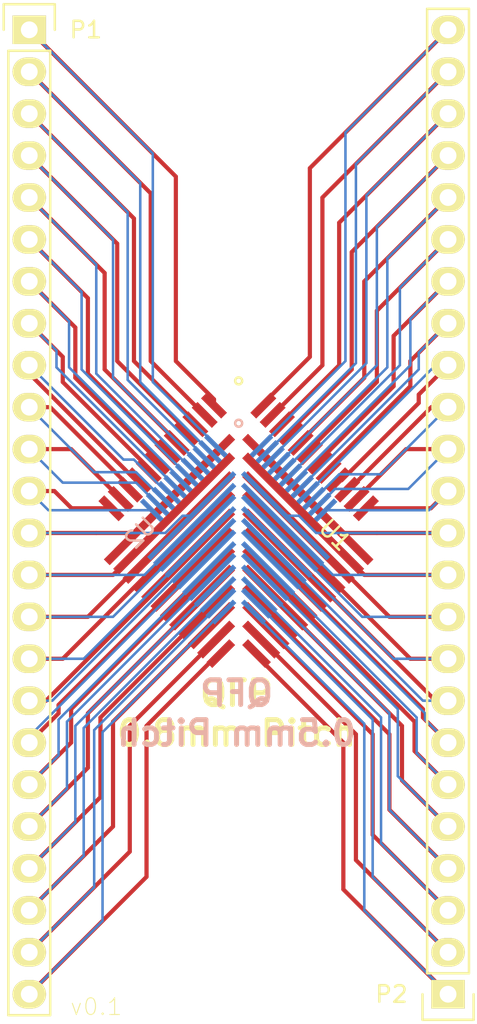
<source format=kicad_pcb>
(kicad_pcb (version 4) (host pcbnew 0.201503060816+5481~22~ubuntu14.04.1-product)

  (general
    (links 96)
    (no_connects 0)
    (area 129.457667 83.891 170.262334 150.649001)
    (thickness 1.6)
    (drawings 3)
    (tracks 353)
    (zones 0)
    (modules 4)
    (nets 49)
  )

  (page A4)
  (layers
    (0 F.Cu signal)
    (31 B.Cu signal)
    (32 B.Adhes user)
    (33 F.Adhes user)
    (34 B.Paste user)
    (35 F.Paste user)
    (36 B.SilkS user)
    (37 F.SilkS user)
    (38 B.Mask user)
    (39 F.Mask user)
    (40 Dwgs.User user)
    (41 Cmts.User user)
    (42 Eco1.User user)
    (43 Eco2.User user)
    (44 Edge.Cuts user)
    (45 Margin user)
    (46 B.CrtYd user)
    (47 F.CrtYd user)
    (48 B.Fab user)
    (49 F.Fab user)
  )

  (setup
    (last_trace_width 0.1524)
    (user_trace_width 0.1524)
    (trace_clearance 0.1524)
    (zone_clearance 0.508)
    (zone_45_only no)
    (trace_min 0.1524)
    (segment_width 0.2)
    (edge_width 0.1)
    (via_size 0.889)
    (via_drill 0.635)
    (via_min_size 0.889)
    (via_min_drill 0.508)
    (uvia_size 0.508)
    (uvia_drill 0.127)
    (uvias_allowed no)
    (uvia_min_size 0.508)
    (uvia_min_drill 0.127)
    (pcb_text_width 0.3)
    (pcb_text_size 1.5 1.5)
    (mod_edge_width 0.15)
    (mod_text_size 1 1)
    (mod_text_width 0.15)
    (pad_size 1.5 1.5)
    (pad_drill 0.6)
    (pad_to_mask_clearance 0)
    (aux_axis_origin 0 0)
    (visible_elements FFFFFF7F)
    (pcbplotparams
      (layerselection 0x00030_80000001)
      (usegerberextensions false)
      (excludeedgelayer true)
      (linewidth 0.100000)
      (plotframeref false)
      (viasonmask false)
      (mode 1)
      (useauxorigin false)
      (hpglpennumber 1)
      (hpglpenspeed 20)
      (hpglpendiameter 15)
      (hpglpenoverlay 2)
      (psnegative false)
      (psa4output false)
      (plotreference true)
      (plotvalue true)
      (plotinvisibletext false)
      (padsonsilk false)
      (subtractmaskfromsilk false)
      (outputformat 1)
      (mirror false)
      (drillshape 1)
      (scaleselection 1)
      (outputdirectory ""))
  )

  (net 0 "")
  (net 1 PIN1)
  (net 2 PIN2)
  (net 3 PIN3)
  (net 4 PIN4)
  (net 5 PIN5)
  (net 6 PIN6)
  (net 7 PIN7)
  (net 8 PIN8)
  (net 9 PIN9)
  (net 10 PIN10)
  (net 11 PIN11)
  (net 12 PIN12)
  (net 13 PIN13)
  (net 14 PIN14)
  (net 15 PIN15)
  (net 16 PIN16)
  (net 17 PIN17)
  (net 18 PIN18)
  (net 19 PIN19)
  (net 20 PIN20)
  (net 21 PIN21)
  (net 22 PIN22)
  (net 23 PIN23)
  (net 24 PIN24)
  (net 25 PIN25)
  (net 26 PIN26)
  (net 27 PIN27)
  (net 28 PIN28)
  (net 29 PIN29)
  (net 30 PIN30)
  (net 31 PIN31)
  (net 32 PIN32)
  (net 33 PIN33)
  (net 34 PIN34)
  (net 35 PIN35)
  (net 36 PIN36)
  (net 37 PIN37)
  (net 38 PIN38)
  (net 39 PIN39)
  (net 40 PIN40)
  (net 41 PIN41)
  (net 42 PIN42)
  (net 43 PIN43)
  (net 44 PIN44)
  (net 45 PIN45)
  (net 46 PIN46)
  (net 47 PIN47)
  (net 48 PIN48)

  (net_class Default "This is the default net class."
    (clearance 0.1524)
    (trace_width 0.254)
    (via_dia 0.889)
    (via_drill 0.635)
    (uvia_dia 0.508)
    (uvia_drill 0.127)
    (add_net PIN1)
    (add_net PIN10)
    (add_net PIN11)
    (add_net PIN12)
    (add_net PIN13)
    (add_net PIN14)
    (add_net PIN15)
    (add_net PIN16)
    (add_net PIN17)
    (add_net PIN18)
    (add_net PIN19)
    (add_net PIN2)
    (add_net PIN20)
    (add_net PIN21)
    (add_net PIN22)
    (add_net PIN23)
    (add_net PIN24)
    (add_net PIN25)
    (add_net PIN26)
    (add_net PIN27)
    (add_net PIN28)
    (add_net PIN29)
    (add_net PIN3)
    (add_net PIN30)
    (add_net PIN31)
    (add_net PIN32)
    (add_net PIN33)
    (add_net PIN34)
    (add_net PIN35)
    (add_net PIN36)
    (add_net PIN37)
    (add_net PIN38)
    (add_net PIN39)
    (add_net PIN4)
    (add_net PIN40)
    (add_net PIN41)
    (add_net PIN42)
    (add_net PIN43)
    (add_net PIN44)
    (add_net PIN45)
    (add_net PIN46)
    (add_net PIN47)
    (add_net PIN48)
    (add_net PIN5)
    (add_net PIN6)
    (add_net PIN7)
    (add_net PIN8)
    (add_net PIN9)
  )

  (module Pin_Headers:Pin_Header_Straight_1x24 (layer F.Cu) (tedit 54FC0E54) (tstamp 54FC027D)
    (at 137.16 88.9)
    (descr "Through hole pin header")
    (tags "pin header")
    (path /54FBDD68)
    (fp_text reference P1 (at 3.429 0) (layer F.SilkS)
      (effects (font (size 1 1) (thickness 0.15)))
    )
    (fp_text value CONN_01X24 (at 0 -3.1) (layer F.SilkS) hide
      (effects (font (size 1 1) (thickness 0.15)))
    )
    (fp_line (start -1.75 -1.75) (end -1.75 60.2) (layer F.CrtYd) (width 0.05))
    (fp_line (start 1.75 -1.75) (end 1.75 60.2) (layer F.CrtYd) (width 0.05))
    (fp_line (start -1.75 -1.75) (end 1.75 -1.75) (layer F.CrtYd) (width 0.05))
    (fp_line (start -1.75 60.2) (end 1.75 60.2) (layer F.CrtYd) (width 0.05))
    (fp_line (start 1.27 1.27) (end 1.27 59.69) (layer F.SilkS) (width 0.15))
    (fp_line (start -1.27 1.27) (end -1.27 59.69) (layer F.SilkS) (width 0.15))
    (fp_line (start -1.27 59.69) (end 1.27 59.69) (layer F.SilkS) (width 0.15))
    (fp_line (start 1.55 -1.55) (end 1.55 0) (layer F.SilkS) (width 0.15))
    (fp_line (start 1.27 1.27) (end -1.27 1.27) (layer F.SilkS) (width 0.15))
    (fp_line (start -1.55 0) (end -1.55 -1.55) (layer F.SilkS) (width 0.15))
    (fp_line (start -1.55 -1.55) (end 1.55 -1.55) (layer F.SilkS) (width 0.15))
    (pad 1 thru_hole rect (at 0 0) (size 2.032 1.7272) (drill 1.016) (layers *.Cu *.Mask F.SilkS)
      (net 1 PIN1))
    (pad 2 thru_hole oval (at 0 2.54) (size 2.032 1.7272) (drill 1.016) (layers *.Cu *.Mask F.SilkS)
      (net 2 PIN2))
    (pad 3 thru_hole oval (at 0 5.08) (size 2.032 1.7272) (drill 1.016) (layers *.Cu *.Mask F.SilkS)
      (net 3 PIN3))
    (pad 4 thru_hole oval (at 0 7.62) (size 2.032 1.7272) (drill 1.016) (layers *.Cu *.Mask F.SilkS)
      (net 4 PIN4))
    (pad 5 thru_hole oval (at 0 10.16) (size 2.032 1.7272) (drill 1.016) (layers *.Cu *.Mask F.SilkS)
      (net 5 PIN5))
    (pad 6 thru_hole oval (at 0 12.7) (size 2.032 1.7272) (drill 1.016) (layers *.Cu *.Mask F.SilkS)
      (net 6 PIN6))
    (pad 7 thru_hole oval (at 0 15.24) (size 2.032 1.7272) (drill 1.016) (layers *.Cu *.Mask F.SilkS)
      (net 7 PIN7))
    (pad 8 thru_hole oval (at 0 17.78) (size 2.032 1.7272) (drill 1.016) (layers *.Cu *.Mask F.SilkS)
      (net 8 PIN8))
    (pad 9 thru_hole oval (at 0 20.32) (size 2.032 1.7272) (drill 1.016) (layers *.Cu *.Mask F.SilkS)
      (net 9 PIN9))
    (pad 10 thru_hole oval (at 0 22.86) (size 2.032 1.7272) (drill 1.016) (layers *.Cu *.Mask F.SilkS)
      (net 10 PIN10))
    (pad 11 thru_hole oval (at 0 25.4) (size 2.032 1.7272) (drill 1.016) (layers *.Cu *.Mask F.SilkS)
      (net 11 PIN11))
    (pad 12 thru_hole oval (at 0 27.94) (size 2.032 1.7272) (drill 1.016) (layers *.Cu *.Mask F.SilkS)
      (net 12 PIN12))
    (pad 13 thru_hole oval (at 0 30.48) (size 2.032 1.7272) (drill 1.016) (layers *.Cu *.Mask F.SilkS)
      (net 13 PIN13))
    (pad 14 thru_hole oval (at 0 33.02) (size 2.032 1.7272) (drill 1.016) (layers *.Cu *.Mask F.SilkS)
      (net 14 PIN14))
    (pad 15 thru_hole oval (at 0 35.56) (size 2.032 1.7272) (drill 1.016) (layers *.Cu *.Mask F.SilkS)
      (net 15 PIN15))
    (pad 16 thru_hole oval (at 0 38.1) (size 2.032 1.7272) (drill 1.016) (layers *.Cu *.Mask F.SilkS)
      (net 16 PIN16))
    (pad 17 thru_hole oval (at 0 40.64) (size 2.032 1.7272) (drill 1.016) (layers *.Cu *.Mask F.SilkS)
      (net 17 PIN17))
    (pad 18 thru_hole oval (at 0 43.18) (size 2.032 1.7272) (drill 1.016) (layers *.Cu *.Mask F.SilkS)
      (net 18 PIN18))
    (pad 19 thru_hole oval (at 0 45.72) (size 2.032 1.7272) (drill 1.016) (layers *.Cu *.Mask F.SilkS)
      (net 19 PIN19))
    (pad 20 thru_hole oval (at 0 48.26) (size 2.032 1.7272) (drill 1.016) (layers *.Cu *.Mask F.SilkS)
      (net 20 PIN20))
    (pad 21 thru_hole oval (at 0 50.8) (size 2.032 1.7272) (drill 1.016) (layers *.Cu *.Mask F.SilkS)
      (net 21 PIN21))
    (pad 22 thru_hole oval (at 0 53.34) (size 2.032 1.7272) (drill 1.016) (layers *.Cu *.Mask F.SilkS)
      (net 22 PIN22))
    (pad 23 thru_hole oval (at 0 55.88) (size 2.032 1.7272) (drill 1.016) (layers *.Cu *.Mask F.SilkS)
      (net 23 PIN23))
    (pad 24 thru_hole oval (at 0 58.42) (size 2.032 1.7272) (drill 1.016) (layers *.Cu *.Mask F.SilkS)
      (net 24 PIN24))
    (model Pin_Headers/Pin_Header_Straight_1x24.wrl
      (at (xyz 0 -1.15 0))
      (scale (xyz 1 1 1))
      (rotate (xyz 0 0 90))
    )
  )

  (module Pin_Headers:Pin_Header_Straight_1x24 (layer F.Cu) (tedit 54FC0E4A) (tstamp 54FC02A4)
    (at 162.56 147.32 180)
    (descr "Through hole pin header")
    (tags "pin header")
    (path /54FBDC6F)
    (fp_text reference P2 (at 3.429 0 180) (layer F.SilkS)
      (effects (font (size 1 1) (thickness 0.15)))
    )
    (fp_text value CONN_01X24 (at 0 -3.1 180) (layer F.SilkS) hide
      (effects (font (size 1 1) (thickness 0.15)))
    )
    (fp_line (start -1.75 -1.75) (end -1.75 60.2) (layer F.CrtYd) (width 0.05))
    (fp_line (start 1.75 -1.75) (end 1.75 60.2) (layer F.CrtYd) (width 0.05))
    (fp_line (start -1.75 -1.75) (end 1.75 -1.75) (layer F.CrtYd) (width 0.05))
    (fp_line (start -1.75 60.2) (end 1.75 60.2) (layer F.CrtYd) (width 0.05))
    (fp_line (start 1.27 1.27) (end 1.27 59.69) (layer F.SilkS) (width 0.15))
    (fp_line (start -1.27 1.27) (end -1.27 59.69) (layer F.SilkS) (width 0.15))
    (fp_line (start -1.27 59.69) (end 1.27 59.69) (layer F.SilkS) (width 0.15))
    (fp_line (start 1.55 -1.55) (end 1.55 0) (layer F.SilkS) (width 0.15))
    (fp_line (start 1.27 1.27) (end -1.27 1.27) (layer F.SilkS) (width 0.15))
    (fp_line (start -1.55 0) (end -1.55 -1.55) (layer F.SilkS) (width 0.15))
    (fp_line (start -1.55 -1.55) (end 1.55 -1.55) (layer F.SilkS) (width 0.15))
    (pad 1 thru_hole rect (at 0 0 180) (size 2.032 1.7272) (drill 1.016) (layers *.Cu *.Mask F.SilkS)
      (net 25 PIN25))
    (pad 2 thru_hole oval (at 0 2.54 180) (size 2.032 1.7272) (drill 1.016) (layers *.Cu *.Mask F.SilkS)
      (net 26 PIN26))
    (pad 3 thru_hole oval (at 0 5.08 180) (size 2.032 1.7272) (drill 1.016) (layers *.Cu *.Mask F.SilkS)
      (net 27 PIN27))
    (pad 4 thru_hole oval (at 0 7.62 180) (size 2.032 1.7272) (drill 1.016) (layers *.Cu *.Mask F.SilkS)
      (net 28 PIN28))
    (pad 5 thru_hole oval (at 0 10.16 180) (size 2.032 1.7272) (drill 1.016) (layers *.Cu *.Mask F.SilkS)
      (net 29 PIN29))
    (pad 6 thru_hole oval (at 0 12.7 180) (size 2.032 1.7272) (drill 1.016) (layers *.Cu *.Mask F.SilkS)
      (net 30 PIN30))
    (pad 7 thru_hole oval (at 0 15.24 180) (size 2.032 1.7272) (drill 1.016) (layers *.Cu *.Mask F.SilkS)
      (net 31 PIN31))
    (pad 8 thru_hole oval (at 0 17.78 180) (size 2.032 1.7272) (drill 1.016) (layers *.Cu *.Mask F.SilkS)
      (net 32 PIN32))
    (pad 9 thru_hole oval (at 0 20.32 180) (size 2.032 1.7272) (drill 1.016) (layers *.Cu *.Mask F.SilkS)
      (net 33 PIN33))
    (pad 10 thru_hole oval (at 0 22.86 180) (size 2.032 1.7272) (drill 1.016) (layers *.Cu *.Mask F.SilkS)
      (net 34 PIN34))
    (pad 11 thru_hole oval (at 0 25.4 180) (size 2.032 1.7272) (drill 1.016) (layers *.Cu *.Mask F.SilkS)
      (net 35 PIN35))
    (pad 12 thru_hole oval (at 0 27.94 180) (size 2.032 1.7272) (drill 1.016) (layers *.Cu *.Mask F.SilkS)
      (net 36 PIN36))
    (pad 13 thru_hole oval (at 0 30.48 180) (size 2.032 1.7272) (drill 1.016) (layers *.Cu *.Mask F.SilkS)
      (net 37 PIN37))
    (pad 14 thru_hole oval (at 0 33.02 180) (size 2.032 1.7272) (drill 1.016) (layers *.Cu *.Mask F.SilkS)
      (net 38 PIN38))
    (pad 15 thru_hole oval (at 0 35.56 180) (size 2.032 1.7272) (drill 1.016) (layers *.Cu *.Mask F.SilkS)
      (net 39 PIN39))
    (pad 16 thru_hole oval (at 0 38.1 180) (size 2.032 1.7272) (drill 1.016) (layers *.Cu *.Mask F.SilkS)
      (net 40 PIN40))
    (pad 17 thru_hole oval (at 0 40.64 180) (size 2.032 1.7272) (drill 1.016) (layers *.Cu *.Mask F.SilkS)
      (net 41 PIN41))
    (pad 18 thru_hole oval (at 0 43.18 180) (size 2.032 1.7272) (drill 1.016) (layers *.Cu *.Mask F.SilkS)
      (net 42 PIN42))
    (pad 19 thru_hole oval (at 0 45.72 180) (size 2.032 1.7272) (drill 1.016) (layers *.Cu *.Mask F.SilkS)
      (net 43 PIN43))
    (pad 20 thru_hole oval (at 0 48.26 180) (size 2.032 1.7272) (drill 1.016) (layers *.Cu *.Mask F.SilkS)
      (net 44 PIN44))
    (pad 21 thru_hole oval (at 0 50.8 180) (size 2.032 1.7272) (drill 1.016) (layers *.Cu *.Mask F.SilkS)
      (net 45 PIN45))
    (pad 22 thru_hole oval (at 0 53.34 180) (size 2.032 1.7272) (drill 1.016) (layers *.Cu *.Mask F.SilkS)
      (net 46 PIN46))
    (pad 23 thru_hole oval (at 0 55.88 180) (size 2.032 1.7272) (drill 1.016) (layers *.Cu *.Mask F.SilkS)
      (net 47 PIN47))
    (pad 24 thru_hole oval (at 0 58.42 180) (size 2.032 1.7272) (drill 1.016) (layers *.Cu *.Mask F.SilkS)
      (net 48 PIN48))
    (model Pin_Headers/Pin_Header_Straight_1x24.wrl
      (at (xyz 0 -1.15 0))
      (scale (xyz 1 1 1))
      (rotate (xyz 0 0 90))
    )
  )

  (module smdproto:PROTOQFP (layer F.Cu) (tedit 54FC0E12) (tstamp 54FC02D9)
    (at 149.86 119.38 315)
    (path /54FBDC40)
    (fp_text reference U1 (at 4.22072 -4.041115 315) (layer F.SilkS)
      (effects (font (size 1 1) (thickness 0.15)))
    )
    (fp_text value QFP48 (at 3.951313 5.567759 405) (layer F.Fab)
      (effects (font (size 1 1) (thickness 0.15)))
    )
    (fp_circle (center -6.515 -6.515) (end -6.365 -6.365) (layer F.SilkS) (width 0.15))
    (pad 1 smd rect (at -6.515 -4.4 315) (size 1.73 0.5) (layers F.Cu F.Paste F.Mask)
      (net 1 PIN1))
    (pad 2 smd rect (at -6.515 -3.6 315) (size 1.73 0.5) (layers F.Cu F.Paste F.Mask)
      (net 2 PIN2))
    (pad 3 smd rect (at -6.515 -2.8 315) (size 1.73 0.5) (layers F.Cu F.Paste F.Mask)
      (net 3 PIN3))
    (pad 4 smd rect (at -6.515 -2 315) (size 1.73 0.5) (layers F.Cu F.Paste F.Mask)
      (net 4 PIN4))
    (pad 5 smd rect (at -6.515 -1.2 315) (size 1.73 0.5) (layers F.Cu F.Paste F.Mask)
      (net 5 PIN5))
    (pad 6 smd rect (at -6.515 -0.4 315) (size 1.73 0.5) (layers F.Cu F.Paste F.Mask)
      (net 6 PIN6))
    (pad 7 smd rect (at -6.515 0.4 315) (size 1.73 0.5) (layers F.Cu F.Paste F.Mask)
      (net 7 PIN7))
    (pad 8 smd rect (at -6.515 1.2 315) (size 1.73 0.5) (layers F.Cu F.Paste F.Mask)
      (net 8 PIN8))
    (pad 9 smd rect (at -6.515 2 315) (size 1.73 0.5) (layers F.Cu F.Paste F.Mask)
      (net 9 PIN9))
    (pad 10 smd rect (at -6.515 2.8 315) (size 1.73 0.5) (layers F.Cu F.Paste F.Mask)
      (net 10 PIN10))
    (pad 11 smd rect (at -6.515 3.6 315) (size 1.73 0.5) (layers F.Cu F.Paste F.Mask)
      (net 11 PIN11))
    (pad 12 smd rect (at -6.515 4.4 315) (size 1.73 0.5) (layers F.Cu F.Paste F.Mask)
      (net 12 PIN12))
    (pad 13 smd rect (at -4.4 1.5325 315) (size 0.5 10.765) (layers F.Cu F.Paste F.Mask)
      (net 13 PIN13))
    (pad 14 smd rect (at -3.6 1.9325 315) (size 0.5 9.965) (layers F.Cu F.Paste F.Mask)
      (net 14 PIN14))
    (pad 15 smd rect (at -2.8 2.3325 315) (size 0.5 9.165) (layers F.Cu F.Paste F.Mask)
      (net 15 PIN15))
    (pad 16 smd rect (at -2 2.7325 315) (size 0.5 8.365) (layers F.Cu F.Paste F.Mask)
      (net 16 PIN16))
    (pad 17 smd rect (at -1.2 3.1325 315) (size 0.5 7.565) (layers F.Cu F.Paste F.Mask)
      (net 17 PIN17))
    (pad 18 smd rect (at -0.4 3.5325 315) (size 0.5 6.765) (layers F.Cu F.Paste F.Mask)
      (net 18 PIN18))
    (pad 19 smd rect (at 0.4 3.9325 315) (size 0.5 5.965) (layers F.Cu F.Paste F.Mask)
      (net 19 PIN19))
    (pad 20 smd rect (at 1.2 4.3325 315) (size 0.5 5.165) (layers F.Cu F.Paste F.Mask)
      (net 20 PIN20))
    (pad 21 smd rect (at 2 4.7325 315) (size 0.5 4.365) (layers F.Cu F.Paste F.Mask)
      (net 21 PIN21))
    (pad 22 smd rect (at 2.8 5.1325 315) (size 0.5 3.565) (layers F.Cu F.Paste F.Mask)
      (net 22 PIN22))
    (pad 23 smd rect (at 3.6 5.5325 315) (size 0.5 2.765) (layers F.Cu F.Paste F.Mask)
      (net 23 PIN23))
    (pad 24 smd rect (at 4.4 5.9325 315) (size 0.5 1.965) (layers F.Cu F.Paste F.Mask)
      (net 24 PIN24))
    (pad 25 smd rect (at 5.9325 4.4 315) (size 1.965 0.5) (layers F.Cu F.Paste F.Mask)
      (net 25 PIN25))
    (pad 26 smd rect (at 5.5325 3.6 315) (size 2.765 0.5) (layers F.Cu F.Paste F.Mask)
      (net 26 PIN26))
    (pad 27 smd rect (at 5.1325 2.8 315) (size 3.565 0.5) (layers F.Cu F.Paste F.Mask)
      (net 27 PIN27))
    (pad 28 smd rect (at 4.7325 2 315) (size 4.365 0.5) (layers F.Cu F.Paste F.Mask)
      (net 28 PIN28))
    (pad 29 smd rect (at 4.3325 1.2 315) (size 5.165 0.5) (layers F.Cu F.Paste F.Mask)
      (net 29 PIN29))
    (pad 30 smd rect (at 3.9325 0.4 315) (size 5.965 0.5) (layers F.Cu F.Paste F.Mask)
      (net 30 PIN30))
    (pad 31 smd rect (at 3.5325 -0.4 315) (size 6.765 0.5) (layers F.Cu F.Paste F.Mask)
      (net 31 PIN31))
    (pad 32 smd rect (at 3.1325 -1.2 315) (size 7.565 0.5) (layers F.Cu F.Paste F.Mask)
      (net 32 PIN32))
    (pad 33 smd rect (at 2.7325 -2 315) (size 8.365 0.5) (layers F.Cu F.Paste F.Mask)
      (net 33 PIN33))
    (pad 34 smd rect (at 2.3325 -2.8 315) (size 9.165 0.5) (layers F.Cu F.Paste F.Mask)
      (net 34 PIN34))
    (pad 35 smd rect (at 1.9325 -3.6 315) (size 9.965 0.5) (layers F.Cu F.Paste F.Mask)
      (net 35 PIN35))
    (pad 36 smd rect (at 1.5325 -4.4 315) (size 10.765 0.5) (layers F.Cu F.Paste F.Mask)
      (net 36 PIN36))
    (pad 37 smd rect (at 4.4 -6.515 315) (size 0.5 1.73) (layers F.Cu F.Paste F.Mask)
      (net 37 PIN37))
    (pad 38 smd rect (at 3.6 -6.515 315) (size 0.5 1.73) (layers F.Cu F.Paste F.Mask)
      (net 38 PIN38))
    (pad 39 smd rect (at 2.8 -6.515 315) (size 0.5 1.73) (layers F.Cu F.Paste F.Mask)
      (net 39 PIN39))
    (pad 40 smd rect (at 2 -6.515 315) (size 0.5 1.73) (layers F.Cu F.Paste F.Mask)
      (net 40 PIN40))
    (pad 41 smd rect (at 1.2 -6.515 315) (size 0.5 1.73) (layers F.Cu F.Paste F.Mask)
      (net 41 PIN41))
    (pad 42 smd rect (at 0.4 -6.515 315) (size 0.5 1.73) (layers F.Cu F.Paste F.Mask)
      (net 42 PIN42))
    (pad 43 smd rect (at -0.4 -6.515 315) (size 0.5 1.73) (layers F.Cu F.Paste F.Mask)
      (net 43 PIN43))
    (pad 44 smd rect (at -1.2 -6.515 315) (size 0.5 1.73) (layers F.Cu F.Paste F.Mask)
      (net 44 PIN44))
    (pad 45 smd rect (at -2 -6.515 315) (size 0.5 1.73) (layers F.Cu F.Paste F.Mask)
      (net 45 PIN45))
    (pad 46 smd rect (at -2.8 -6.515 315) (size 0.5 1.73) (layers F.Cu F.Paste F.Mask)
      (net 46 PIN46))
    (pad 47 smd rect (at -3.6 -6.515 315) (size 0.5 1.73) (layers F.Cu F.Paste F.Mask)
      (net 47 PIN47))
    (pad 48 smd rect (at -4.4 -6.515 315) (size 0.5 1.73) (layers F.Cu F.Paste F.Mask)
      (net 48 PIN48))
  )

  (module smdproto:PROTOTQFP (layer B.Cu) (tedit 54FC0E08) (tstamp 54FC030E)
    (at 149.86 119.38 225)
    (path /54FBE5F3)
    (fp_text reference U2 (at 4.22072 4.22072 225) (layer B.SilkS)
      (effects (font (size 1 1) (thickness 0.15)) (justify mirror))
    )
    (fp_text value TQFP48 (at 3.771708 -5.926969 315) (layer B.Fab)
      (effects (font (size 1 1) (thickness 0.15)) (justify mirror))
    )
    (fp_circle (center -4.7 4.7) (end -4.55 4.55) (layer B.SilkS) (width 0.15))
    (pad 1 smd rect (at -4.7 2.75 225) (size 1.73 0.3) (layers B.Cu B.Paste B.Mask)
      (net 48 PIN48))
    (pad 2 smd rect (at -4.7 2.25 225) (size 1.73 0.3) (layers B.Cu B.Paste B.Mask)
      (net 47 PIN47))
    (pad 3 smd rect (at -4.7 1.75 225) (size 1.73 0.3) (layers B.Cu B.Paste B.Mask)
      (net 46 PIN46))
    (pad 4 smd rect (at -4.7 1.25 225) (size 1.73 0.3) (layers B.Cu B.Paste B.Mask)
      (net 45 PIN45))
    (pad 5 smd rect (at -4.7 0.75 225) (size 1.73 0.3) (layers B.Cu B.Paste B.Mask)
      (net 44 PIN44))
    (pad 6 smd rect (at -4.7 0.25 225) (size 1.73 0.3) (layers B.Cu B.Paste B.Mask)
      (net 43 PIN43))
    (pad 7 smd rect (at -4.7 -0.25 225) (size 1.73 0.3) (layers B.Cu B.Paste B.Mask)
      (net 42 PIN42))
    (pad 8 smd rect (at -4.7 -0.75 225) (size 1.73 0.3) (layers B.Cu B.Paste B.Mask)
      (net 41 PIN41))
    (pad 9 smd rect (at -4.7 -1.25 225) (size 1.73 0.3) (layers B.Cu B.Paste B.Mask)
      (net 40 PIN40))
    (pad 10 smd rect (at -4.7 -1.75 225) (size 1.73 0.3) (layers B.Cu B.Paste B.Mask)
      (net 39 PIN39))
    (pad 11 smd rect (at -4.7 -2.25 225) (size 1.73 0.3) (layers B.Cu B.Paste B.Mask)
      (net 38 PIN38))
    (pad 12 smd rect (at -4.7 -2.75 225) (size 1.73 0.3) (layers B.Cu B.Paste B.Mask)
      (net 37 PIN37))
    (pad 13 smd rect (at -2.75 -1.275 225) (size 0.3 7.35) (layers B.Cu B.Paste B.Mask)
      (net 36 PIN36))
    (pad 14 smd rect (at -2.25 -1.525 225) (size 0.3 6.85) (layers B.Cu B.Paste B.Mask)
      (net 35 PIN35))
    (pad 15 smd rect (at -1.75 -1.775 225) (size 0.3 6.35) (layers B.Cu B.Paste B.Mask)
      (net 34 PIN34))
    (pad 16 smd rect (at -1.25 -2.025 225) (size 0.3 5.85) (layers B.Cu B.Paste B.Mask)
      (net 33 PIN33))
    (pad 17 smd rect (at -0.75 -2.275 225) (size 0.3 5.35) (layers B.Cu B.Paste B.Mask)
      (net 32 PIN32))
    (pad 18 smd rect (at -0.25 -2.525 225) (size 0.3 4.85) (layers B.Cu B.Paste B.Mask)
      (net 31 PIN31))
    (pad 19 smd rect (at 0.25 -2.775 225) (size 0.3 4.35) (layers B.Cu B.Paste B.Mask)
      (net 30 PIN30))
    (pad 20 smd rect (at 0.75 -3.025 225) (size 0.3 3.85) (layers B.Cu B.Paste B.Mask)
      (net 29 PIN29))
    (pad 21 smd rect (at 1.25 -3.275 225) (size 0.3 3.35) (layers B.Cu B.Paste B.Mask)
      (net 28 PIN28))
    (pad 22 smd rect (at 1.75 -3.525 225) (size 0.3 2.85) (layers B.Cu B.Paste B.Mask)
      (net 27 PIN27))
    (pad 23 smd rect (at 2.25 -3.775 225) (size 0.3 2.35) (layers B.Cu B.Paste B.Mask)
      (net 26 PIN26))
    (pad 24 smd rect (at 2.75 -4.025 225) (size 0.3 1.85) (layers B.Cu B.Paste B.Mask)
      (net 25 PIN25))
    (pad 25 smd rect (at 4.025 -2.75 225) (size 1.85 0.3) (layers B.Cu B.Paste B.Mask)
      (net 24 PIN24))
    (pad 26 smd rect (at 3.775 -2.25 225) (size 2.35 0.3) (layers B.Cu B.Paste B.Mask)
      (net 23 PIN23))
    (pad 27 smd rect (at 3.525 -1.75 225) (size 2.85 0.3) (layers B.Cu B.Paste B.Mask)
      (net 22 PIN22))
    (pad 28 smd rect (at 3.275 -1.25 225) (size 3.35 0.3) (layers B.Cu B.Paste B.Mask)
      (net 21 PIN21))
    (pad 29 smd rect (at 3.025 -0.75 225) (size 3.85 0.3) (layers B.Cu B.Paste B.Mask)
      (net 20 PIN20))
    (pad 30 smd rect (at 2.775 -0.25 225) (size 4.35 0.3) (layers B.Cu B.Paste B.Mask)
      (net 19 PIN19))
    (pad 31 smd rect (at 2.525 0.25 225) (size 4.85 0.3) (layers B.Cu B.Paste B.Mask)
      (net 18 PIN18))
    (pad 32 smd rect (at 2.275 0.75 225) (size 5.35 0.3) (layers B.Cu B.Paste B.Mask)
      (net 17 PIN17))
    (pad 33 smd rect (at 2.025 1.25 225) (size 5.85 0.3) (layers B.Cu B.Paste B.Mask)
      (net 16 PIN16))
    (pad 34 smd rect (at 1.775 1.75 225) (size 6.35 0.3) (layers B.Cu B.Paste B.Mask)
      (net 15 PIN15))
    (pad 35 smd rect (at 1.525 2.25 225) (size 6.85 0.3) (layers B.Cu B.Paste B.Mask)
      (net 14 PIN14))
    (pad 36 smd rect (at 1.275 2.75 225) (size 7.35 0.3) (layers B.Cu B.Paste B.Mask)
      (net 13 PIN13))
    (pad 37 smd rect (at 2.75 4.7 225) (size 0.3 1.73) (layers B.Cu B.Paste B.Mask)
      (net 12 PIN12))
    (pad 38 smd rect (at 2.25 4.7 225) (size 0.3 1.73) (layers B.Cu B.Paste B.Mask)
      (net 11 PIN11))
    (pad 39 smd rect (at 1.75 4.7 225) (size 0.3 1.73) (layers B.Cu B.Paste B.Mask)
      (net 10 PIN10))
    (pad 40 smd rect (at 1.25 4.7 225) (size 0.3 1.73) (layers B.Cu B.Paste B.Mask)
      (net 9 PIN9))
    (pad 41 smd rect (at 0.75 4.7 225) (size 0.3 1.73) (layers B.Cu B.Paste B.Mask)
      (net 8 PIN8))
    (pad 42 smd rect (at 0.25 4.7 225) (size 0.3 1.73) (layers B.Cu B.Paste B.Mask)
      (net 7 PIN7))
    (pad 43 smd rect (at -0.25 4.7 225) (size 0.3 1.73) (layers B.Cu B.Paste B.Mask)
      (net 6 PIN6))
    (pad 44 smd rect (at -0.75 4.7 225) (size 0.3 1.73) (layers B.Cu B.Paste B.Mask)
      (net 5 PIN5))
    (pad 45 smd rect (at -1.25 4.7 225) (size 0.3 1.73) (layers B.Cu B.Paste B.Mask)
      (net 4 PIN4))
    (pad 46 smd rect (at -1.75 4.7 225) (size 0.3 1.73) (layers B.Cu B.Paste B.Mask)
      (net 3 PIN3))
    (pad 47 smd rect (at -2.25 4.7 225) (size 0.3 1.73) (layers B.Cu B.Paste B.Mask)
      (net 2 PIN2))
    (pad 48 smd rect (at -2.75 4.7 225) (size 0.3 1.73) (layers B.Cu B.Paste B.Mask)
      (net 1 PIN1))
  )

  (gr_text v0.1 (at 141.224 148.082) (layer F.SilkS)
    (effects (font (size 1.016 1.016) (thickness 0.0635)))
  )
  (gr_text "QFP\n0.5mm Pitch" (at 149.733 130.302) (layer B.SilkS)
    (effects (font (size 1.5 1.5) (thickness 0.3)) (justify mirror))
  )
  (gr_text "QFP\n0.8mm Pitch" (at 149.733 130.302) (layer F.SilkS)
    (effects (font (size 1.5 1.5) (thickness 0.3)))
  )

  (segment (start 148.481142 114.112054) (end 148.481142 114.064142) (width 0.1524) (layer B.Cu) (net 1))
  (segment (start 148.481142 114.064142) (end 144.653 110.236) (width 0.1524) (layer B.Cu) (net 1) (tstamp 54FC0B1A))
  (segment (start 144.653 110.236) (end 144.653 96.393) (width 0.1524) (layer B.Cu) (net 1) (tstamp 54FC0B1D))
  (segment (start 144.653 96.393) (end 137.16 88.9) (width 0.1524) (layer B.Cu) (net 1) (tstamp 54FC0B22))
  (segment (start 148.364469 111.661929) (end 148.364469 111.280469) (width 0.254) (layer F.Cu) (net 1))
  (segment (start 146.05 97.79) (end 137.16 88.9) (width 0.254) (layer F.Cu) (net 1) (tstamp 54FC07FC))
  (segment (start 146.05 108.966) (end 146.05 97.79) (width 0.254) (layer F.Cu) (net 1) (tstamp 54FC07FA))
  (segment (start 148.364469 111.280469) (end 146.05 108.966) (width 0.254) (layer F.Cu) (net 1) (tstamp 54FC07F9))
  (segment (start 148.127588 114.465608) (end 148.120608 114.465608) (width 0.1524) (layer B.Cu) (net 2))
  (segment (start 148.120608 114.465608) (end 143.891 110.236) (width 0.1524) (layer B.Cu) (net 2) (tstamp 54FC0B03))
  (segment (start 143.891 110.236) (end 143.891 98.171) (width 0.1524) (layer B.Cu) (net 2) (tstamp 54FC0B0A))
  (segment (start 143.891 98.171) (end 137.16 91.44) (width 0.1524) (layer B.Cu) (net 2) (tstamp 54FC0B11))
  (segment (start 147.798784 112.227615) (end 147.787615 112.227615) (width 0.254) (layer F.Cu) (net 2))
  (segment (start 147.787615 112.227615) (end 144.526 108.966) (width 0.254) (layer F.Cu) (net 2) (tstamp 54FC07F2))
  (segment (start 144.526 108.966) (end 144.526 98.806) (width 0.254) (layer F.Cu) (net 2) (tstamp 54FC07F3))
  (segment (start 144.526 98.806) (end 137.16 91.44) (width 0.254) (layer F.Cu) (net 2) (tstamp 54FC07F5))
  (segment (start 147.774035 114.819161) (end 147.774035 114.754035) (width 0.1524) (layer B.Cu) (net 3))
  (segment (start 147.774035 114.754035) (end 143.129 110.109) (width 0.1524) (layer B.Cu) (net 3) (tstamp 54FC0AE6))
  (segment (start 143.129 110.109) (end 143.129 99.949) (width 0.1524) (layer B.Cu) (net 3) (tstamp 54FC0AEC))
  (segment (start 143.129 99.949) (end 137.16 93.98) (width 0.1524) (layer B.Cu) (net 3) (tstamp 54FC0AF0))
  (segment (start 147.233098 112.7933) (end 147.233098 112.689098) (width 0.254) (layer F.Cu) (net 3))
  (segment (start 147.233098 112.689098) (end 143.51 108.966) (width 0.254) (layer F.Cu) (net 3) (tstamp 54FC07EB))
  (segment (start 143.51 108.966) (end 143.51 100.33) (width 0.254) (layer F.Cu) (net 3) (tstamp 54FC07EC))
  (segment (start 143.51 100.33) (end 137.16 93.98) (width 0.254) (layer F.Cu) (net 3) (tstamp 54FC07EE))
  (segment (start 147.420482 115.172715) (end 147.420482 115.162482) (width 0.1524) (layer B.Cu) (net 4))
  (segment (start 147.420482 115.162482) (end 142.24 109.982) (width 0.1524) (layer B.Cu) (net 4) (tstamp 54FC0AD8))
  (segment (start 142.24 109.982) (end 142.24 101.6) (width 0.1524) (layer B.Cu) (net 4) (tstamp 54FC0ADE))
  (segment (start 142.24 101.6) (end 137.16 96.52) (width 0.1524) (layer B.Cu) (net 4) (tstamp 54FC0AE1))
  (segment (start 146.667413 113.358986) (end 146.667413 113.139413) (width 0.254) (layer F.Cu) (net 4))
  (segment (start 146.667413 113.139413) (end 142.494 108.966) (width 0.254) (layer F.Cu) (net 4) (tstamp 54FC07E4))
  (segment (start 142.494 108.966) (end 142.494 101.854) (width 0.254) (layer F.Cu) (net 4) (tstamp 54FC07E5))
  (segment (start 142.494 101.854) (end 137.16 96.52) (width 0.254) (layer F.Cu) (net 4) (tstamp 54FC07E7))
  (segment (start 147.066928 115.526268) (end 147.022268 115.526268) (width 0.1524) (layer B.Cu) (net 5))
  (segment (start 147.022268 115.526268) (end 141.224 109.728) (width 0.1524) (layer B.Cu) (net 5) (tstamp 54FC0AC7))
  (segment (start 141.224 109.728) (end 141.224 103.124) (width 0.1524) (layer B.Cu) (net 5) (tstamp 54FC0ACC))
  (segment (start 141.224 103.124) (end 137.16 99.06) (width 0.1524) (layer B.Cu) (net 5) (tstamp 54FC0AD1))
  (segment (start 146.101727 113.924671) (end 146.101727 113.843727) (width 0.254) (layer F.Cu) (net 5))
  (segment (start 146.101727 113.843727) (end 141.732 109.474) (width 0.254) (layer F.Cu) (net 5) (tstamp 54FC07DD))
  (segment (start 141.732 109.474) (end 141.732 103.632) (width 0.254) (layer F.Cu) (net 5) (tstamp 54FC07DE))
  (segment (start 141.732 103.632) (end 137.16 99.06) (width 0.254) (layer F.Cu) (net 5) (tstamp 54FC07E0))
  (segment (start 146.713375 115.879821) (end 146.713375 115.852375) (width 0.1524) (layer B.Cu) (net 6))
  (segment (start 146.713375 115.852375) (end 140.335 109.474) (width 0.1524) (layer B.Cu) (net 6) (tstamp 54FC0AA9))
  (segment (start 140.335 109.474) (end 140.335 104.775) (width 0.1524) (layer B.Cu) (net 6) (tstamp 54FC0AB2))
  (segment (start 140.335 104.775) (end 137.16 101.6) (width 0.1524) (layer B.Cu) (net 6) (tstamp 54FC0AB8))
  (segment (start 145.536042 114.490357) (end 145.478357 114.490357) (width 0.254) (layer F.Cu) (net 6))
  (segment (start 145.478357 114.490357) (end 140.716 109.728) (width 0.254) (layer F.Cu) (net 6) (tstamp 54FC07D6))
  (segment (start 140.716 109.728) (end 140.716 105.156) (width 0.254) (layer F.Cu) (net 6) (tstamp 54FC07D7))
  (segment (start 140.716 105.156) (end 137.16 101.6) (width 0.254) (layer F.Cu) (net 6) (tstamp 54FC07D9))
  (segment (start 146.359821 116.233375) (end 146.359821 116.133821) (width 0.1524) (layer B.Cu) (net 7))
  (segment (start 146.359821 116.133821) (end 139.573 109.347) (width 0.1524) (layer B.Cu) (net 7) (tstamp 54FC0A94))
  (segment (start 139.573 109.347) (end 139.573 106.553) (width 0.1524) (layer B.Cu) (net 7) (tstamp 54FC0A9E))
  (segment (start 139.573 106.553) (end 137.16 104.14) (width 0.1524) (layer B.Cu) (net 7) (tstamp 54FC0AA1))
  (segment (start 144.970357 115.056042) (end 144.970357 114.998357) (width 0.254) (layer F.Cu) (net 7))
  (segment (start 144.970357 114.998357) (end 139.954 109.982) (width 0.254) (layer F.Cu) (net 7) (tstamp 54FC07CF))
  (segment (start 139.954 109.982) (end 139.954 106.934) (width 0.254) (layer F.Cu) (net 7) (tstamp 54FC07D0))
  (segment (start 139.954 106.934) (end 137.16 104.14) (width 0.254) (layer F.Cu) (net 7) (tstamp 54FC07D2))
  (segment (start 146.006268 116.586928) (end 146.006268 116.542268) (width 0.1524) (layer B.Cu) (net 8))
  (segment (start 146.006268 116.542268) (end 138.811 109.347) (width 0.1524) (layer B.Cu) (net 8) (tstamp 54FC0A84))
  (segment (start 138.811 109.347) (end 138.811 108.331) (width 0.1524) (layer B.Cu) (net 8) (tstamp 54FC0A8A))
  (segment (start 138.811 108.331) (end 137.16 106.68) (width 0.1524) (layer B.Cu) (net 8) (tstamp 54FC0A8E))
  (segment (start 144.404671 115.621727) (end 144.404671 115.448671) (width 0.254) (layer F.Cu) (net 8))
  (segment (start 144.404671 115.448671) (end 139.192 110.236) (width 0.254) (layer F.Cu) (net 8) (tstamp 54FC07C8))
  (segment (start 139.192 110.236) (end 139.192 108.712) (width 0.254) (layer F.Cu) (net 8) (tstamp 54FC07C9))
  (segment (start 139.192 108.712) (end 137.16 106.68) (width 0.254) (layer F.Cu) (net 8) (tstamp 54FC07CB))
  (segment (start 145.652715 116.940482) (end 145.515482 116.940482) (width 0.1524) (layer B.Cu) (net 9))
  (segment (start 145.515482 116.940482) (end 143.51 114.935) (width 0.1524) (layer B.Cu) (net 9) (tstamp 54FC0A78))
  (segment (start 142.875 114.935) (end 137.16 109.22) (width 0.1524) (layer B.Cu) (net 9) (tstamp 54FC0A7F))
  (segment (start 143.51 114.935) (end 142.875 114.935) (width 0.1524) (layer B.Cu) (net 9) (tstamp 54FC0A7C))
  (segment (start 145.652715 116.940482) (end 145.145823 116.43359) (width 0.1524) (layer B.Cu) (net 9))
  (segment (start 145.145823 116.43359) (end 145.13559 116.43359) (width 0.1524) (layer B.Cu) (net 9))
  (segment (start 143.838986 116.187413) (end 143.619413 116.187413) (width 0.254) (layer F.Cu) (net 9))
  (segment (start 143.619413 116.187413) (end 137.16 109.728) (width 0.254) (layer F.Cu) (net 9) (tstamp 54FC07C4))
  (segment (start 137.16 109.728) (end 137.16 109.22) (width 0.254) (layer F.Cu) (net 9) (tstamp 54FC07C5))
  (segment (start 145.299161 117.294035) (end 145.234035 117.294035) (width 0.1524) (layer B.Cu) (net 10))
  (segment (start 145.234035 117.294035) (end 143.637 115.697) (width 0.1524) (layer B.Cu) (net 10) (tstamp 54FC0A67))
  (segment (start 143.637 115.697) (end 141.097 115.697) (width 0.1524) (layer B.Cu) (net 10) (tstamp 54FC0A69))
  (segment (start 141.097 115.697) (end 137.16 111.76) (width 0.1524) (layer B.Cu) (net 10) (tstamp 54FC0A6C))
  (segment (start 144.78 116.84) (end 144.71975 116.84) (width 0.1524) (layer B.Cu) (net 10))
  (segment (start 143.2733 116.753098) (end 143.2733 116.6033) (width 0.254) (layer F.Cu) (net 10))
  (segment (start 143.2733 116.6033) (end 138.43 111.76) (width 0.254) (layer F.Cu) (net 10) (tstamp 54FC07BE))
  (segment (start 138.43 111.76) (end 137.16 111.76) (width 0.254) (layer F.Cu) (net 10) (tstamp 54FC07BF))
  (segment (start 144.945608 117.647588) (end 144.945608 117.640608) (width 0.1524) (layer B.Cu) (net 11))
  (segment (start 144.945608 117.640608) (end 143.637 116.332) (width 0.1524) (layer B.Cu) (net 11) (tstamp 54FC0955))
  (segment (start 143.637 116.332) (end 139.192 116.332) (width 0.1524) (layer B.Cu) (net 11) (tstamp 54FC0956))
  (segment (start 139.192 116.332) (end 137.16 114.3) (width 0.1524) (layer B.Cu) (net 11) (tstamp 54FC0958))
  (segment (start 142.707615 117.318784) (end 142.707615 117.307615) (width 0.254) (layer F.Cu) (net 11))
  (segment (start 142.707615 117.307615) (end 139.7 114.3) (width 0.254) (layer F.Cu) (net 11) (tstamp 54FC07B9))
  (segment (start 139.7 114.3) (end 137.16 114.3) (width 0.254) (layer F.Cu) (net 11) (tstamp 54FC07BA))
  (segment (start 144.592054 118.001142) (end 138.321142 118.001142) (width 0.1524) (layer B.Cu) (net 12))
  (segment (start 138.321142 118.001142) (end 137.16 116.84) (width 0.1524) (layer B.Cu) (net 12) (tstamp 54FC0950))
  (segment (start 142.141929 117.884469) (end 139.728469 117.884469) (width 0.254) (layer F.Cu) (net 12))
  (segment (start 138.684 116.84) (end 137.16 116.84) (width 0.254) (layer F.Cu) (net 12) (tstamp 54FC0764))
  (segment (start 139.728469 117.884469) (end 138.684 116.84) (width 0.254) (layer F.Cu) (net 12) (tstamp 54FC0762))
  (segment (start 147.013895 118.337017) (end 146.457983 118.337017) (width 0.1524) (layer B.Cu) (net 13))
  (segment (start 145.415 119.38) (end 137.16 119.38) (width 0.1524) (layer B.Cu) (net 13) (tstamp 54FC0B37))
  (segment (start 146.457983 118.337017) (end 145.415 119.38) (width 0.1524) (layer B.Cu) (net 13) (tstamp 54FC0B30))
  (segment (start 141.224 119.38) (end 143.63746 119.38) (width 0.254) (layer F.Cu) (net 13))
  (segment (start 143.63746 119.38) (end 145.665089 117.352371) (width 0.254) (layer F.Cu) (net 13) (tstamp 54FC0770))
  (segment (start 141.224 119.38) (end 137.16 119.38) (width 0.254) (layer F.Cu) (net 13) (tstamp 54FC076E))
  (segment (start 147.190672 118.867348) (end 147.190672 118.874328) (width 0.1524) (layer B.Cu) (net 14))
  (segment (start 147.190672 118.874328) (end 144.145 121.92) (width 0.1524) (layer B.Cu) (net 14) (tstamp 54FC0B55))
  (segment (start 144.145 121.92) (end 137.16 121.92) (width 0.1524) (layer B.Cu) (net 14) (tstamp 54FC0B59))
  (segment (start 145.947932 118.200899) (end 145.947932 118.212068) (width 0.254) (layer F.Cu) (net 14))
  (segment (start 145.947932 118.212068) (end 142.24 121.92) (width 0.254) (layer F.Cu) (net 14) (tstamp 54FC0775))
  (segment (start 142.24 121.92) (end 137.16 121.92) (width 0.254) (layer F.Cu) (net 14) (tstamp 54FC0776))
  (segment (start 147.367449 119.397678) (end 147.302322 119.397678) (width 0.1524) (layer B.Cu) (net 15))
  (segment (start 147.302322 119.397678) (end 142.24 124.46) (width 0.1524) (layer B.Cu) (net 15) (tstamp 54FC0BA3))
  (segment (start 142.24 124.46) (end 137.16 124.46) (width 0.1524) (layer B.Cu) (net 15) (tstamp 54FC0BA7))
  (segment (start 146.230774 119.049428) (end 146.126572 119.049428) (width 0.254) (layer F.Cu) (net 15))
  (segment (start 146.126572 119.049428) (end 140.716 124.46) (width 0.254) (layer F.Cu) (net 15) (tstamp 54FC077A))
  (segment (start 140.716 124.46) (end 137.16 124.46) (width 0.254) (layer F.Cu) (net 15) (tstamp 54FC077B))
  (segment (start 147.544225 119.928008) (end 147.533992 119.928008) (width 0.1524) (layer B.Cu) (net 16))
  (segment (start 147.533992 119.928008) (end 140.462 127) (width 0.1524) (layer B.Cu) (net 16) (tstamp 54FC0BCC))
  (segment (start 140.462 127) (end 137.16 127) (width 0.1524) (layer B.Cu) (net 16) (tstamp 54FC0BCF))
  (segment (start 146.513617 119.897956) (end 146.294044 119.897956) (width 0.254) (layer F.Cu) (net 16))
  (segment (start 146.294044 119.897956) (end 139.192 127) (width 0.254) (layer F.Cu) (net 16) (tstamp 54FC077F))
  (segment (start 139.192 127) (end 137.16 127) (width 0.254) (layer F.Cu) (net 16) (tstamp 54FC0780))
  (segment (start 147.721002 120.458338) (end 147.638662 120.458338) (width 0.1524) (layer B.Cu) (net 17))
  (segment (start 147.638662 120.458338) (end 138.557 129.54) (width 0.1524) (layer B.Cu) (net 17) (tstamp 54FC0BDE))
  (segment (start 138.557 129.54) (end 137.16 129.54) (width 0.1524) (layer B.Cu) (net 17) (tstamp 54FC0BE2))
  (segment (start 146.79646 120.746484) (end 146.79646 120.91954) (width 0.254) (layer F.Cu) (net 17))
  (segment (start 146.79646 120.91954) (end 138.176 129.54) (width 0.254) (layer F.Cu) (net 17) (tstamp 54FC0784))
  (segment (start 138.176 129.54) (end 137.16 129.54) (width 0.254) (layer F.Cu) (net 17) (tstamp 54FC0785))
  (segment (start 147.897779 120.988668) (end 147.870332 120.988668) (width 0.1524) (layer B.Cu) (net 18))
  (segment (start 147.870332 120.988668) (end 137.16 131.699) (width 0.1524) (layer B.Cu) (net 18) (tstamp 54FC0BF0))
  (segment (start 137.16 131.699) (end 137.16 132.08) (width 0.1524) (layer B.Cu) (net 18) (tstamp 54FC0BF2))
  (segment (start 147.079303 121.595012) (end 147.079303 121.652697) (width 0.254) (layer F.Cu) (net 18))
  (segment (start 147.079303 121.652697) (end 138.938 129.794) (width 0.254) (layer F.Cu) (net 18) (tstamp 54FC0789))
  (segment (start 138.938 129.794) (end 138.938 130.302) (width 0.254) (layer F.Cu) (net 18) (tstamp 54FC078A))
  (segment (start 138.938 130.302) (end 137.16 132.08) (width 0.254) (layer F.Cu) (net 18) (tstamp 54FC078C))
  (segment (start 148.074555 121.518998) (end 148.074555 121.546445) (width 0.1524) (layer B.Cu) (net 19))
  (segment (start 148.074555 121.546445) (end 138.938 130.683) (width 0.1524) (layer B.Cu) (net 19) (tstamp 54FC0C02))
  (segment (start 138.938 130.683) (end 138.938 132.842) (width 0.1524) (layer B.Cu) (net 19) (tstamp 54FC0C04))
  (segment (start 138.938 132.842) (end 137.16 134.62) (width 0.1524) (layer B.Cu) (net 19) (tstamp 54FC0C0C))
  (segment (start 147.362145 122.44354) (end 147.30446 122.44354) (width 0.254) (layer F.Cu) (net 19))
  (segment (start 147.30446 122.44354) (end 139.7 130.048) (width 0.254) (layer F.Cu) (net 19) (tstamp 54FC078F))
  (segment (start 139.7 130.048) (end 139.7 132.08) (width 0.254) (layer F.Cu) (net 19) (tstamp 54FC0790))
  (segment (start 139.7 132.08) (end 137.16 134.62) (width 0.254) (layer F.Cu) (net 19) (tstamp 54FC0792))
  (segment (start 148.251332 122.049328) (end 148.206672 122.049328) (width 0.1524) (layer B.Cu) (net 20))
  (segment (start 148.206672 122.049328) (end 139.446 130.81) (width 0.1524) (layer B.Cu) (net 20) (tstamp 54FC0C13))
  (segment (start 139.446 130.81) (end 139.446 134.874) (width 0.1524) (layer B.Cu) (net 20) (tstamp 54FC0C19))
  (segment (start 139.446 134.874) (end 137.16 137.16) (width 0.1524) (layer B.Cu) (net 20) (tstamp 54FC0C1F))
  (segment (start 147.644988 123.292068) (end 147.644988 123.373012) (width 0.254) (layer F.Cu) (net 20))
  (segment (start 147.644988 123.373012) (end 140.716 130.302) (width 0.254) (layer F.Cu) (net 20) (tstamp 54FC0796))
  (segment (start 140.716 130.302) (end 140.716 133.604) (width 0.254) (layer F.Cu) (net 20) (tstamp 54FC0797))
  (segment (start 140.716 133.604) (end 137.16 137.16) (width 0.254) (layer F.Cu) (net 20) (tstamp 54FC0799))
  (segment (start 148.428109 122.579658) (end 148.428109 122.589891) (width 0.1524) (layer B.Cu) (net 21))
  (segment (start 148.428109 122.589891) (end 139.954 131.064) (width 0.1524) (layer B.Cu) (net 21) (tstamp 54FC0C2B))
  (segment (start 139.954 131.064) (end 139.954 136.906) (width 0.1524) (layer B.Cu) (net 21) (tstamp 54FC0C2D))
  (segment (start 139.954 136.906) (end 137.16 139.7) (width 0.1524) (layer B.Cu) (net 21) (tstamp 54FC0C32))
  (segment (start 141.478 130.556) (end 141.478 135.382) (width 0.254) (layer F.Cu) (net 21))
  (segment (start 147.893404 124.140596) (end 141.478 130.556) (width 0.254) (layer F.Cu) (net 21) (tstamp 54FC079D))
  (segment (start 141.478 135.382) (end 137.16 139.7) (width 0.254) (layer F.Cu) (net 21) (tstamp 54FC07A0))
  (segment (start 147.927831 124.140596) (end 147.893404 124.140596) (width 0.254) (layer F.Cu) (net 21))
  (segment (start 148.604885 123.109988) (end 148.543012 123.109988) (width 0.1524) (layer B.Cu) (net 22) (status C00000))
  (segment (start 148.543012 123.109988) (end 140.462 131.191) (width 0.1524) (layer B.Cu) (net 22) (tstamp 54FC0C44) (status 400000))
  (segment (start 140.462 131.191) (end 140.462 138.938) (width 0.1524) (layer B.Cu) (net 22) (tstamp 54FC0C46))
  (segment (start 140.462 138.938) (end 137.16 142.24) (width 0.1524) (layer B.Cu) (net 22) (tstamp 54FC0C4D) (status 800000))
  (segment (start 148.210673 124.989125) (end 148.060875 124.989125) (width 0.254) (layer F.Cu) (net 22))
  (segment (start 148.060875 124.989125) (end 142.24 130.81) (width 0.254) (layer F.Cu) (net 22) (tstamp 54FC07A4))
  (segment (start 142.24 130.81) (end 142.24 137.16) (width 0.254) (layer F.Cu) (net 22) (tstamp 54FC07A5))
  (segment (start 142.24 137.16) (end 137.16 142.24) (width 0.254) (layer F.Cu) (net 22) (tstamp 54FC07A7))
  (segment (start 148.781662 123.640318) (end 148.774682 123.640318) (width 0.1524) (layer B.Cu) (net 23) (status C00000))
  (segment (start 148.774682 123.640318) (end 141.097 131.318) (width 0.1524) (layer B.Cu) (net 23) (tstamp 54FC0C57) (status 400000))
  (segment (start 141.097 131.318) (end 141.097 140.843) (width 0.1524) (layer B.Cu) (net 23) (tstamp 54FC0C5A))
  (segment (start 141.097 140.843) (end 137.16 144.78) (width 0.1524) (layer B.Cu) (net 23) (tstamp 54FC0C5E) (status 800000))
  (segment (start 148.493516 125.837653) (end 148.482347 125.837653) (width 0.254) (layer F.Cu) (net 23))
  (segment (start 148.482347 125.837653) (end 143.256 131.064) (width 0.254) (layer F.Cu) (net 23) (tstamp 54FC07AB))
  (segment (start 143.256 131.064) (end 143.256 138.684) (width 0.254) (layer F.Cu) (net 23) (tstamp 54FC07AC))
  (segment (start 143.256 138.684) (end 137.16 144.78) (width 0.254) (layer F.Cu) (net 23) (tstamp 54FC07AE))
  (segment (start 148.958439 124.170648) (end 148.879352 124.170648) (width 0.1524) (layer B.Cu) (net 24) (status C00000))
  (segment (start 148.879352 124.170648) (end 141.605 131.445) (width 0.1524) (layer B.Cu) (net 24) (tstamp 54FC0C65) (status 400000))
  (segment (start 141.605 131.445) (end 141.605 142.875) (width 0.1524) (layer B.Cu) (net 24) (tstamp 54FC0C6D))
  (segment (start 141.605 142.875) (end 137.16 147.32) (width 0.1524) (layer B.Cu) (net 24) (tstamp 54FC0C71) (status 800000))
  (segment (start 148.776359 126.686181) (end 148.649819 126.686181) (width 0.254) (layer F.Cu) (net 24))
  (segment (start 148.649819 126.686181) (end 144.272 131.064) (width 0.254) (layer F.Cu) (net 24) (tstamp 54FC07B2))
  (segment (start 144.272 131.064) (end 144.272 140.208) (width 0.254) (layer F.Cu) (net 24) (tstamp 54FC07B3))
  (segment (start 144.272 140.208) (end 137.16 147.32) (width 0.254) (layer F.Cu) (net 24) (tstamp 54FC07B5))
  (segment (start 150.761561 124.170648) (end 150.761561 124.218561) (width 0.1524) (layer B.Cu) (net 25) (status C00000))
  (segment (start 150.761561 124.218561) (end 157.48 130.937) (width 0.1524) (layer B.Cu) (net 25) (tstamp 54FC0DC5) (status 400000))
  (segment (start 157.48 130.937) (end 157.48 142.24) (width 0.1524) (layer B.Cu) (net 25) (tstamp 54FC0DCA))
  (segment (start 157.48 142.24) (end 162.56 147.32) (width 0.1524) (layer B.Cu) (net 25) (tstamp 54FC0DCE) (status 800000))
  (segment (start 150.943641 126.686181) (end 150.943641 126.813641) (width 0.254) (layer F.Cu) (net 25))
  (segment (start 150.943641 126.813641) (end 156.21 132.08) (width 0.254) (layer F.Cu) (net 25) (tstamp 54FC08F5))
  (segment (start 156.21 132.08) (end 156.21 140.97) (width 0.254) (layer F.Cu) (net 25) (tstamp 54FC08F6))
  (segment (start 156.21 140.97) (end 162.56 147.32) (width 0.254) (layer F.Cu) (net 25) (tstamp 54FC08F8))
  (segment (start 150.938338 123.640318) (end 150.945318 123.640318) (width 0.1524) (layer B.Cu) (net 26) (status C00000))
  (segment (start 150.945318 123.640318) (end 157.988 130.683) (width 0.1524) (layer B.Cu) (net 26) (tstamp 54FC0DB3) (status 400000))
  (segment (start 157.988 130.683) (end 157.988 140.208) (width 0.1524) (layer B.Cu) (net 26) (tstamp 54FC0DBA))
  (segment (start 157.988 140.208) (end 162.56 144.78) (width 0.1524) (layer B.Cu) (net 26) (tstamp 54FC0DBF) (status 800000))
  (segment (start 151.226484 125.837653) (end 151.237653 125.837653) (width 0.254) (layer F.Cu) (net 26))
  (segment (start 151.237653 125.837653) (end 156.972 131.572) (width 0.254) (layer F.Cu) (net 26) (tstamp 54FC08EE))
  (segment (start 156.972 131.572) (end 156.972 139.192) (width 0.254) (layer F.Cu) (net 26) (tstamp 54FC08EF))
  (segment (start 156.972 139.192) (end 162.56 144.78) (width 0.254) (layer F.Cu) (net 26) (tstamp 54FC08F1))
  (segment (start 151.115115 123.109988) (end 151.115115 123.175115) (width 0.1524) (layer B.Cu) (net 27) (status C00000))
  (segment (start 151.115115 123.175115) (end 158.496 130.556) (width 0.1524) (layer B.Cu) (net 27) (tstamp 54FC0D9F) (status 400000))
  (segment (start 158.496 130.556) (end 158.496 138.176) (width 0.1524) (layer B.Cu) (net 27) (tstamp 54FC0DA4))
  (segment (start 158.496 138.176) (end 162.56 142.24) (width 0.1524) (layer B.Cu) (net 27) (tstamp 54FC0DA8) (status 800000))
  (segment (start 151.509327 124.989125) (end 151.509327 125.093327) (width 0.254) (layer F.Cu) (net 27))
  (segment (start 151.509327 125.093327) (end 157.988 131.572) (width 0.254) (layer F.Cu) (net 27) (tstamp 54FC08E7))
  (segment (start 157.988 131.572) (end 157.988 137.668) (width 0.254) (layer F.Cu) (net 27) (tstamp 54FC08E8))
  (segment (start 157.988 137.668) (end 162.56 142.24) (width 0.254) (layer F.Cu) (net 27) (tstamp 54FC08EA))
  (segment (start 151.291891 122.579658) (end 151.291891 122.589891) (width 0.1524) (layer B.Cu) (net 28) (status C00000))
  (segment (start 151.291891 122.589891) (end 159.004 130.302) (width 0.1524) (layer B.Cu) (net 28) (tstamp 54FC0D92) (status 400000))
  (segment (start 159.004 130.302) (end 159.004 136.144) (width 0.1524) (layer B.Cu) (net 28) (tstamp 54FC0D94))
  (segment (start 159.004 136.144) (end 162.56 139.7) (width 0.1524) (layer B.Cu) (net 28) (tstamp 54FC0D98) (status 800000))
  (segment (start 151.792169 124.140596) (end 151.792169 124.360169) (width 0.254) (layer F.Cu) (net 28))
  (segment (start 151.792169 124.360169) (end 159.004 131.572) (width 0.254) (layer F.Cu) (net 28) (tstamp 54FC08E0))
  (segment (start 159.004 131.572) (end 159.004 136.144) (width 0.254) (layer F.Cu) (net 28) (tstamp 54FC08E1))
  (segment (start 159.004 136.144) (end 162.56 139.7) (width 0.254) (layer F.Cu) (net 28) (tstamp 54FC08E3))
  (segment (start 151.468668 122.049328) (end 151.513328 122.049328) (width 0.1524) (layer B.Cu) (net 29) (status C00000))
  (segment (start 151.513328 122.049328) (end 159.512 130.048) (width 0.1524) (layer B.Cu) (net 29) (tstamp 54FC0D81) (status 400000))
  (segment (start 159.512 130.048) (end 159.512 134.112) (width 0.1524) (layer B.Cu) (net 29) (tstamp 54FC0D84))
  (segment (start 159.512 134.112) (end 162.56 137.16) (width 0.1524) (layer B.Cu) (net 29) (tstamp 54FC0D8A) (status 800000))
  (segment (start 152.075012 123.292068) (end 152.075012 123.373012) (width 0.254) (layer F.Cu) (net 29))
  (segment (start 152.075012 123.373012) (end 159.766 131.064) (width 0.254) (layer F.Cu) (net 29) (tstamp 54FC08D9))
  (segment (start 159.766 131.064) (end 159.766 134.366) (width 0.254) (layer F.Cu) (net 29) (tstamp 54FC08DA))
  (segment (start 159.766 134.366) (end 162.56 137.16) (width 0.254) (layer F.Cu) (net 29) (tstamp 54FC08DC))
  (segment (start 151.645445 121.518998) (end 151.645445 121.546445) (width 0.1524) (layer B.Cu) (net 30) (status C00000))
  (segment (start 151.645445 121.546445) (end 160.655 130.556) (width 0.1524) (layer B.Cu) (net 30) (tstamp 54FC0D71) (status 400000))
  (segment (start 160.655 130.556) (end 160.655 132.715) (width 0.1524) (layer B.Cu) (net 30) (tstamp 54FC0D74))
  (segment (start 160.655 132.715) (end 162.56 134.62) (width 0.1524) (layer B.Cu) (net 30) (tstamp 54FC0D7C) (status 800000))
  (segment (start 152.357855 122.44354) (end 152.357855 122.639855) (width 0.254) (layer F.Cu) (net 30))
  (segment (start 152.357855 122.639855) (end 160.528 130.81) (width 0.254) (layer F.Cu) (net 30) (tstamp 54FC08D2))
  (segment (start 160.528 130.81) (end 160.528 132.588) (width 0.254) (layer F.Cu) (net 30) (tstamp 54FC08D3))
  (segment (start 160.528 132.588) (end 162.56 134.62) (width 0.254) (layer F.Cu) (net 30) (tstamp 54FC08D5))
  (segment (start 151.822221 120.988668) (end 151.849668 120.988668) (width 0.1524) (layer B.Cu) (net 31) (status C00000))
  (segment (start 151.849668 120.988668) (end 161.163 130.302) (width 0.1524) (layer B.Cu) (net 31) (tstamp 54FC0D5D) (status 400000))
  (segment (start 161.163 130.302) (end 161.163 130.683) (width 0.1524) (layer B.Cu) (net 31) (tstamp 54FC0D64))
  (segment (start 161.163 130.683) (end 162.56 132.08) (width 0.1524) (layer B.Cu) (net 31) (tstamp 54FC0D6C) (status 800000))
  (segment (start 152.640697 121.595012) (end 152.640697 121.652697) (width 0.254) (layer F.Cu) (net 31))
  (segment (start 152.640697 121.652697) (end 161.036 130.048) (width 0.254) (layer F.Cu) (net 31) (tstamp 54FC08CC))
  (segment (start 161.036 130.048) (end 161.036 130.556) (width 0.254) (layer F.Cu) (net 31) (tstamp 54FC08CD))
  (segment (start 161.036 130.556) (end 162.56 132.08) (width 0.254) (layer F.Cu) (net 31) (tstamp 54FC08CF))
  (segment (start 151.998998 120.458338) (end 151.998998 120.502998) (width 0.1524) (layer B.Cu) (net 32) (status C00000))
  (segment (start 151.998998 120.502998) (end 161.036 129.54) (width 0.1524) (layer B.Cu) (net 32) (tstamp 54FC0D50) (status 400000))
  (segment (start 161.036 129.54) (end 162.56 129.54) (width 0.1524) (layer B.Cu) (net 32) (tstamp 54FC0D52) (status 800000))
  (segment (start 152.92354 120.746484) (end 153.004484 120.746484) (width 0.254) (layer F.Cu) (net 32))
  (segment (start 153.004484 120.746484) (end 161.798 129.54) (width 0.254) (layer F.Cu) (net 32) (tstamp 54FC08C8))
  (segment (start 161.798 129.54) (end 162.56 129.54) (width 0.254) (layer F.Cu) (net 32) (tstamp 54FC08C9))
  (segment (start 152.175775 119.928008) (end 152.186008 119.928008) (width 0.1524) (layer B.Cu) (net 33) (status C00000))
  (segment (start 152.186008 119.928008) (end 159.258 127) (width 0.1524) (layer B.Cu) (net 33) (tstamp 54FC0D45) (status 400000))
  (segment (start 159.258 127) (end 162.56 127) (width 0.1524) (layer B.Cu) (net 33) (tstamp 54FC0D49) (status 800000))
  (segment (start 153.206383 119.897956) (end 153.206383 119.932383) (width 0.254) (layer F.Cu) (net 33))
  (segment (start 153.206383 119.932383) (end 160.274 127) (width 0.254) (layer F.Cu) (net 33) (tstamp 54FC08C3))
  (segment (start 160.274 127) (end 162.56 127) (width 0.254) (layer F.Cu) (net 33) (tstamp 54FC08C4))
  (segment (start 152.352551 119.397678) (end 152.352551 119.459551) (width 0.1524) (layer B.Cu) (net 34) (status C00000))
  (segment (start 152.352551 119.459551) (end 157.353 124.46) (width 0.1524) (layer B.Cu) (net 34) (tstamp 54FC0D39) (status 400000))
  (segment (start 157.353 124.46) (end 162.56 124.46) (width 0.1524) (layer B.Cu) (net 34) (tstamp 54FC0D3D) (status 800000))
  (segment (start 153.489226 119.049428) (end 153.593428 119.049428) (width 0.254) (layer F.Cu) (net 34))
  (segment (start 153.593428 119.049428) (end 159.004 124.46) (width 0.254) (layer F.Cu) (net 34) (tstamp 54FC08BE))
  (segment (start 159.004 124.46) (end 162.56 124.46) (width 0.254) (layer F.Cu) (net 34) (tstamp 54FC08BF))
  (segment (start 152.529328 118.867348) (end 152.529328 118.874328) (width 0.1524) (layer B.Cu) (net 35))
  (segment (start 152.529328 118.874328) (end 155.575 121.92) (width 0.1524) (layer B.Cu) (net 35) (tstamp 54FC0B62))
  (segment (start 155.575 121.92) (end 162.56 121.92) (width 0.1524) (layer B.Cu) (net 35) (tstamp 54FC0B6A))
  (segment (start 153.772068 118.200899) (end 153.772068 118.212068) (width 0.254) (layer F.Cu) (net 35))
  (segment (start 153.772068 118.212068) (end 157.48 121.92) (width 0.254) (layer F.Cu) (net 35) (tstamp 54FC08B7))
  (segment (start 157.48 121.92) (end 162.56 121.92) (width 0.254) (layer F.Cu) (net 35) (tstamp 54FC08B8))
  (segment (start 152.706105 118.337017) (end 153.516017 118.337017) (width 0.1524) (layer B.Cu) (net 36))
  (segment (start 154.559 119.38) (end 162.56 119.38) (width 0.1524) (layer B.Cu) (net 36) (tstamp 54FC0B46))
  (segment (start 153.516017 118.337017) (end 154.559 119.38) (width 0.1524) (layer B.Cu) (net 36) (tstamp 54FC0B3D))
  (segment (start 158.242 119.38) (end 156.08254 119.38) (width 0.254) (layer F.Cu) (net 36))
  (segment (start 156.08254 119.38) (end 154.054911 117.352371) (width 0.254) (layer F.Cu) (net 36) (tstamp 54FC08B2))
  (segment (start 158.242 119.38) (end 162.56 119.38) (width 0.254) (layer F.Cu) (net 36) (tstamp 54FC08B0))
  (segment (start 155.127946 118.001142) (end 161.398858 118.001142) (width 0.1524) (layer B.Cu) (net 37) (status 400000))
  (segment (start 161.398858 118.001142) (end 162.56 116.84) (width 0.1524) (layer B.Cu) (net 37) (tstamp 54FC0C84) (status 800000))
  (segment (start 157.578071 117.884469) (end 161.515531 117.884469) (width 0.254) (layer F.Cu) (net 37))
  (segment (start 161.515531 117.884469) (end 162.56 116.84) (width 0.254) (layer F.Cu) (net 37) (tstamp 54FC08FC))
  (segment (start 154.774392 117.647588) (end 154.774392 117.640608) (width 0.1524) (layer B.Cu) (net 38) (status C00000))
  (segment (start 154.774392 117.640608) (end 155.702 116.713) (width 0.1524) (layer B.Cu) (net 38) (tstamp 54FC0C89) (status 400000))
  (segment (start 155.702 116.713) (end 160.147 116.713) (width 0.1524) (layer B.Cu) (net 38) (tstamp 54FC0C8E))
  (segment (start 160.147 116.713) (end 162.56 114.3) (width 0.1524) (layer B.Cu) (net 38) (tstamp 54FC0C92) (status 800000))
  (segment (start 157.012385 117.318784) (end 157.012385 117.307615) (width 0.254) (layer F.Cu) (net 38))
  (segment (start 157.012385 117.307615) (end 160.02 114.3) (width 0.254) (layer F.Cu) (net 38) (tstamp 54FC0900))
  (segment (start 160.02 114.3) (end 162.56 114.3) (width 0.254) (layer F.Cu) (net 38) (tstamp 54FC0901))
  (segment (start 154.420839 117.294035) (end 154.485965 117.294035) (width 0.1524) (layer B.Cu) (net 39) (status C00000))
  (segment (start 154.485965 117.294035) (end 155.956 115.824) (width 0.1524) (layer B.Cu) (net 39) (tstamp 54FC0C97) (status 400000))
  (segment (start 155.956 115.824) (end 158.496 115.824) (width 0.1524) (layer B.Cu) (net 39) (tstamp 54FC0C9D))
  (segment (start 158.496 115.824) (end 162.56 111.76) (width 0.1524) (layer B.Cu) (net 39) (tstamp 54FC0CA1) (status 800000))
  (segment (start 156.4467 116.753098) (end 156.550902 116.753098) (width 0.254) (layer F.Cu) (net 39))
  (segment (start 156.550902 116.753098) (end 161.544 111.76) (width 0.254) (layer F.Cu) (net 39) (tstamp 54FC0905))
  (segment (start 161.544 111.76) (end 162.56 111.76) (width 0.254) (layer F.Cu) (net 39) (tstamp 54FC0906))
  (segment (start 154.067285 116.940482) (end 154.077518 116.940482) (width 0.1524) (layer B.Cu) (net 40) (status C00000))
  (segment (start 154.077518 116.940482) (end 161.798 109.22) (width 0.1524) (layer B.Cu) (net 40) (tstamp 54FC0CA5) (status C00000))
  (segment (start 161.798 109.22) (end 162.56 109.22) (width 0.1524) (layer B.Cu) (net 40) (tstamp 54FC0CAA) (status C00000))
  (segment (start 155.881014 116.187413) (end 156.100587 116.187413) (width 0.254) (layer F.Cu) (net 40))
  (segment (start 156.100587 116.187413) (end 160.782 111.506) (width 0.254) (layer F.Cu) (net 40) (tstamp 54FC090C))
  (segment (start 160.782 111.506) (end 160.782 110.998) (width 0.254) (layer F.Cu) (net 40) (tstamp 54FC090D))
  (segment (start 160.782 110.998) (end 162.56 109.22) (width 0.254) (layer F.Cu) (net 40) (tstamp 54FC090F))
  (segment (start 153.713732 116.586928) (end 153.713732 116.542268) (width 0.1524) (layer B.Cu) (net 41) (status C00000))
  (segment (start 153.713732 116.542268) (end 160.782 109.474) (width 0.1524) (layer B.Cu) (net 41) (tstamp 54FC0CB1) (status 400000))
  (segment (start 160.782 109.474) (end 160.782 108.458) (width 0.1524) (layer B.Cu) (net 41) (tstamp 54FC0CB3))
  (segment (start 160.782 108.458) (end 162.56 106.68) (width 0.1524) (layer B.Cu) (net 41) (tstamp 54FC0CB8) (status 800000))
  (segment (start 155.315329 115.621727) (end 155.315329 115.448671) (width 0.254) (layer F.Cu) (net 41))
  (segment (start 155.315329 115.448671) (end 160.274 110.49) (width 0.254) (layer F.Cu) (net 41) (tstamp 54FC0912))
  (segment (start 160.274 110.49) (end 160.274 108.966) (width 0.254) (layer F.Cu) (net 41) (tstamp 54FC0913))
  (segment (start 160.274 108.966) (end 162.56 106.68) (width 0.254) (layer F.Cu) (net 41) (tstamp 54FC0915))
  (segment (start 153.360179 116.233375) (end 153.360179 116.133821) (width 0.1524) (layer B.Cu) (net 42) (status C00000))
  (segment (start 153.360179 116.133821) (end 160.274 109.22) (width 0.1524) (layer B.Cu) (net 42) (tstamp 54FC0CBC) (status 400000))
  (segment (start 160.274 109.22) (end 160.274 106.426) (width 0.1524) (layer B.Cu) (net 42) (tstamp 54FC0CC4))
  (segment (start 160.274 106.426) (end 162.56 104.14) (width 0.1524) (layer B.Cu) (net 42) (tstamp 54FC0CC9) (status 800000))
  (segment (start 154.749643 115.056042) (end 154.749643 114.998357) (width 0.254) (layer F.Cu) (net 42))
  (segment (start 154.749643 114.998357) (end 159.258 110.49) (width 0.254) (layer F.Cu) (net 42) (tstamp 54FC0919))
  (segment (start 159.258 110.49) (end 159.258 107.442) (width 0.254) (layer F.Cu) (net 42) (tstamp 54FC091A))
  (segment (start 159.258 107.442) (end 162.56 104.14) (width 0.254) (layer F.Cu) (net 42) (tstamp 54FC091C))
  (segment (start 153.006625 115.879821) (end 153.006625 115.852375) (width 0.1524) (layer B.Cu) (net 43) (status C00000))
  (segment (start 153.006625 115.852375) (end 159.639 109.22) (width 0.1524) (layer B.Cu) (net 43) (tstamp 54FC0CCF) (status 400000))
  (segment (start 159.639 109.22) (end 159.639 104.521) (width 0.1524) (layer B.Cu) (net 43) (tstamp 54FC0CD3))
  (segment (start 159.639 104.521) (end 162.56 101.6) (width 0.1524) (layer B.Cu) (net 43) (tstamp 54FC0CD8) (status 800000))
  (segment (start 154.183958 114.490357) (end 154.183958 114.294042) (width 0.254) (layer F.Cu) (net 43))
  (segment (start 154.183958 114.294042) (end 158.242 110.236) (width 0.254) (layer F.Cu) (net 43) (tstamp 54FC0920))
  (segment (start 158.242 110.236) (end 158.242 105.918) (width 0.254) (layer F.Cu) (net 43) (tstamp 54FC0921))
  (segment (start 158.242 105.918) (end 162.56 101.6) (width 0.254) (layer F.Cu) (net 43) (tstamp 54FC0923))
  (segment (start 152.653072 115.526268) (end 152.697732 115.526268) (width 0.1524) (layer B.Cu) (net 44) (status C00000))
  (segment (start 152.697732 115.526268) (end 158.877 109.347) (width 0.1524) (layer B.Cu) (net 44) (tstamp 54FC0CDE) (status 400000))
  (segment (start 158.877 109.347) (end 158.877 102.743) (width 0.1524) (layer B.Cu) (net 44) (tstamp 54FC0CE2))
  (segment (start 158.877 102.743) (end 162.56 99.06) (width 0.1524) (layer B.Cu) (net 44) (tstamp 54FC0CE9) (status 800000))
  (segment (start 153.618273 113.924671) (end 153.618273 113.843727) (width 0.254) (layer F.Cu) (net 44))
  (segment (start 153.618273 113.843727) (end 157.48 109.982) (width 0.254) (layer F.Cu) (net 44) (tstamp 54FC0927))
  (segment (start 157.48 109.982) (end 157.48 104.14) (width 0.254) (layer F.Cu) (net 44) (tstamp 54FC0928))
  (segment (start 157.48 104.14) (end 162.56 99.06) (width 0.254) (layer F.Cu) (net 44) (tstamp 54FC092A))
  (segment (start 152.299518 115.172715) (end 152.299518 115.162482) (width 0.1524) (layer B.Cu) (net 45) (status C00000))
  (segment (start 152.299518 115.162482) (end 158.242 109.22) (width 0.1524) (layer B.Cu) (net 45) (tstamp 54FC0CEE) (status 400000))
  (segment (start 158.242 109.22) (end 158.242 100.838) (width 0.1524) (layer B.Cu) (net 45) (tstamp 54FC0CF2))
  (segment (start 158.242 100.838) (end 162.56 96.52) (width 0.1524) (layer B.Cu) (net 45) (tstamp 54FC0CF8) (status 800000))
  (segment (start 153.052587 113.358986) (end 153.052587 113.139413) (width 0.254) (layer F.Cu) (net 45))
  (segment (start 153.052587 113.139413) (end 156.718 109.474) (width 0.254) (layer F.Cu) (net 45) (tstamp 54FC092E))
  (segment (start 156.718 109.474) (end 156.718 102.362) (width 0.254) (layer F.Cu) (net 45) (tstamp 54FC092F))
  (segment (start 156.718 102.362) (end 162.56 96.52) (width 0.254) (layer F.Cu) (net 45) (tstamp 54FC0931))
  (segment (start 151.945965 114.819161) (end 151.945965 114.754035) (width 0.1524) (layer B.Cu) (net 46) (status C00000))
  (segment (start 151.945965 114.754035) (end 157.607 109.093) (width 0.1524) (layer B.Cu) (net 46) (tstamp 54FC0CFF) (status 400000))
  (segment (start 157.607 109.093) (end 157.607 98.933) (width 0.1524) (layer B.Cu) (net 46) (tstamp 54FC0D03))
  (segment (start 157.607 98.933) (end 162.56 93.98) (width 0.1524) (layer B.Cu) (net 46) (tstamp 54FC0D09) (status 800000))
  (segment (start 152.486902 112.7933) (end 152.486902 112.689098) (width 0.254) (layer F.Cu) (net 46))
  (segment (start 152.486902 112.689098) (end 155.956 109.22) (width 0.254) (layer F.Cu) (net 46) (tstamp 54FC0935))
  (segment (start 155.956 109.22) (end 155.956 100.584) (width 0.254) (layer F.Cu) (net 46) (tstamp 54FC0936))
  (segment (start 155.956 100.584) (end 162.56 93.98) (width 0.254) (layer F.Cu) (net 46) (tstamp 54FC0938))
  (segment (start 151.592412 114.465608) (end 151.599392 114.465608) (width 0.1524) (layer B.Cu) (net 47) (status C00000))
  (segment (start 151.599392 114.465608) (end 156.972 109.093) (width 0.1524) (layer B.Cu) (net 47) (tstamp 54FC0D0E) (status 400000))
  (segment (start 156.972 109.093) (end 156.972 97.028) (width 0.1524) (layer B.Cu) (net 47) (tstamp 54FC0D13))
  (segment (start 156.972 97.028) (end 162.56 91.44) (width 0.1524) (layer B.Cu) (net 47) (tstamp 54FC0D18) (status 800000))
  (segment (start 151.921216 112.227615) (end 151.932385 112.227615) (width 0.254) (layer F.Cu) (net 47))
  (segment (start 151.932385 112.227615) (end 154.94 109.22) (width 0.254) (layer F.Cu) (net 47) (tstamp 54FC093C))
  (segment (start 154.94 109.22) (end 154.94 99.06) (width 0.254) (layer F.Cu) (net 47) (tstamp 54FC093D))
  (segment (start 154.94 99.06) (end 162.56 91.44) (width 0.254) (layer F.Cu) (net 47) (tstamp 54FC093F))
  (segment (start 151.238858 114.112054) (end 151.238858 114.064142) (width 0.1524) (layer B.Cu) (net 48) (status C00000))
  (segment (start 151.238858 114.064142) (end 156.337 108.966) (width 0.1524) (layer B.Cu) (net 48) (tstamp 54FC0D22) (status 400000))
  (segment (start 156.337 108.966) (end 156.337 95.123) (width 0.1524) (layer B.Cu) (net 48) (tstamp 54FC0D26))
  (segment (start 156.337 95.123) (end 162.56 88.9) (width 0.1524) (layer B.Cu) (net 48) (tstamp 54FC0D29) (status 800000))
  (segment (start 151.355531 111.661929) (end 151.355531 111.534469) (width 0.254) (layer F.Cu) (net 48))
  (segment (start 151.355531 111.534469) (end 154.178 108.712) (width 0.254) (layer F.Cu) (net 48) (tstamp 54FC0943))
  (segment (start 154.178 108.712) (end 154.178 97.282) (width 0.254) (layer F.Cu) (net 48) (tstamp 54FC0944))
  (segment (start 154.178 97.282) (end 162.56 88.9) (width 0.254) (layer F.Cu) (net 48) (tstamp 54FC0946))

)

</source>
